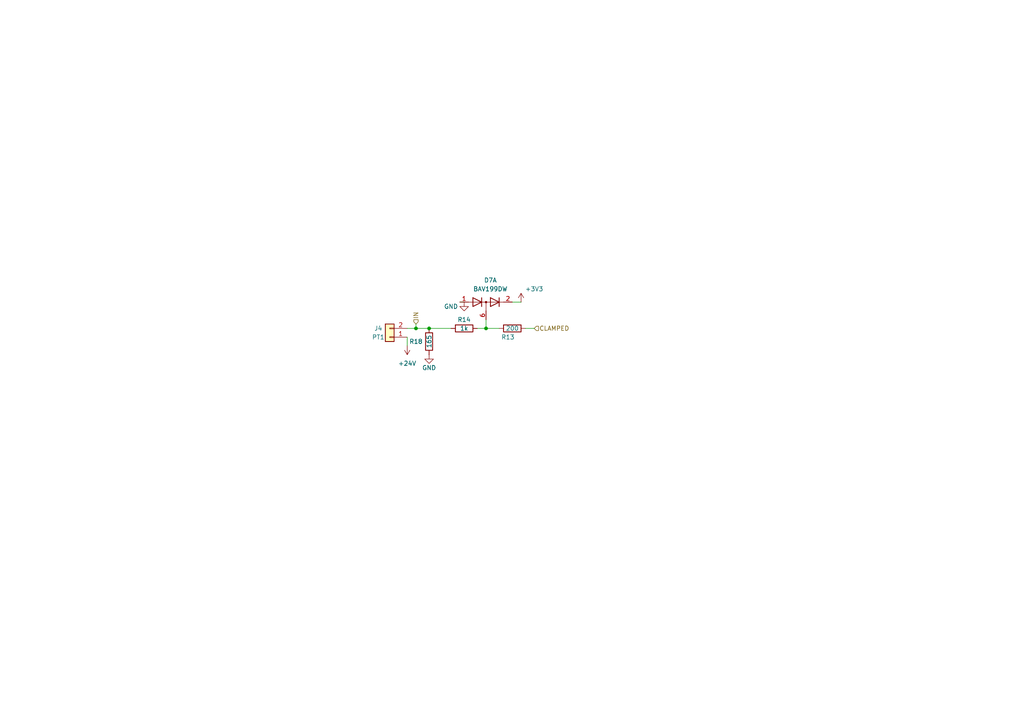
<source format=kicad_sch>
(kicad_sch (version 20231120) (generator "eeschema") (generator_version "8.0")
  (paper "A4")
  (title_block (title "Pressure Transducer Circuitry") (company "Queen's Rocket Engineering Team") (comment 1 "Jeevan Sanchez"))
  (lib_symbols
    (symbol "Connector_Generic:Conn_01x02" (pin_names (offset 1.016) hide)
      (property "Reference" "J" (at 0 2.54 0))
      (property "Value" "Conn_01x02" (at 0 -5.08 0))
      (symbol "Conn_01x02_1_1"
        (rectangle (start -1.27 -2.413) (end 0 -2.667) (stroke (width 0.1524)))
        (rectangle (start -1.27 0.127) (end 0 -0.127) (stroke (width 0.1524)))
        (rectangle (start -1.27 1.27) (end 1.27 -3.81) (stroke (width 0.254)) (fill (type background)))
        (pin passive line (at -5.08 0 0) (length 3.81) (name "Pin_1") (number "1"))
        (pin passive line (at -5.08 -2.54 0) (length 3.81) (name "Pin_2") (number "2"))
      )
    )
    (symbol "Device:R" (pin_numbers hide) (pin_names (offset 0))
      (property "Reference" "R" (at 2.032 0 90))
      (property "Value" "R" (at 0 0 90))
      (symbol "R_0_1"
        (rectangle (start -1.016 -2.54) (end 1.016 2.54) (stroke (width 0.254)))
      )
      (symbol "R_1_1"
        (pin passive line (at 0 3.81 270) (length 1.27) (name "~") (number "1"))
        (pin passive line (at 0 -3.81 90) (length 1.27) (name "~") (number "2"))
      )
    )
    (symbol "Diode:BAV199DW" (pin_names (offset 0.0254) hide)
      (property "Reference" "D" (at 0 2.54 0))
      (property "Value" "BAV199DW" (at 0 5.08 0))
      (symbol "BAV199DW_0_1"
        (polyline (pts (xy -5.08 0) (xy 5.08 0)))
        (polyline (pts (xy 0 0) (xy 0 -2.54)))
        (polyline (pts (xy -1.27 -1.27) (xy -1.27 1.27) (xy -1.27 1.27)) (stroke (width 0.254)))
        (polyline (pts (xy 3.81 1.27) (xy 3.81 -1.27) (xy 3.81 -1.27)) (stroke (width 0.254)))
        (polyline (pts (xy -3.81 1.27) (xy -1.27 0) (xy -3.81 -1.27) (xy -3.81 1.27) (xy -3.81 1.27) (xy -3.81 1.27)) (stroke (width 0.254)))
        (polyline (pts (xy 1.27 1.27) (xy 3.81 0) (xy 1.27 -1.27) (xy 1.27 1.27) (xy 1.27 1.27) (xy 1.27 1.27)) (stroke (width 0.254)))
        (circle (center 0 0) (radius 0.254) (fill (type outline)))
      )
      (symbol "BAV199DW_1_1"
        (polyline (pts (xy 6.35 0) (xy 7.62 0)))
        (pin passive line (at -7.62 0 0) (length 2.54) (name "A1") (number "1"))
        (pin passive line (at 7.62 0 180) (length 2.54) (name "K2") (number "2"))
        (pin passive line (at 0 -5.08 90) (length 2.54) (name "K3A4") (number "6"))
      )
      (symbol "BAV199DW_2_1"
        (polyline (pts (xy 6.35 0) (xy 7.62 0)))
        (pin passive line (at 0 -5.08 90) (length 2.54) (name "K1A2") (number "3"))
        (pin passive line (at -7.62 0 0) (length 2.54) (name "A3") (number "4"))
        (pin passive line (at 7.62 0 180) (length 2.54) (name "K4") (number "5"))
      )
    )
    (symbol "power:+24V" (power) (pin_numbers hide) (pin_names (offset 0) hide)
      (property "Value" "+24V" (at 0 3.556 0))
      (symbol "+24V_0_1"
        (polyline (pts (xy -0.762 1.27) (xy 0 2.54)))
        (polyline (pts (xy 0 0) (xy 0 2.54)))
        (polyline (pts (xy 0 2.54) (xy 0.762 1.27)))
      )
      (symbol "+24V_1_1"
        (pin power_in line (at 0 0 90) (length 0) (name "~") (number "1"))
      )
    )
    (symbol "power:+3V3" (power) (pin_numbers hide) (pin_names (offset 0) hide)
      (property "Value" "+3V3" (at 0 3.556 0))
      (symbol "+3V3_0_1"
        (polyline (pts (xy -0.762 1.27) (xy 0 2.54)))
        (polyline (pts (xy 0 0) (xy 0 2.54)))
        (polyline (pts (xy 0 2.54) (xy 0.762 1.27)))
      )
      (symbol "+3V3_1_1"
        (pin power_in line (at 0 0 90) (length 0) (name "~") (number "1"))
      )
    )
    (symbol "power:GND" (power) (pin_numbers hide) (pin_names (offset 0) hide)
      (property "Value" "GND" (at 0 -3.81 0))
      (symbol "GND_0_1"
        (polyline (pts (xy 0 0) (xy 0 -1.27) (xy 1.27 -1.27) (xy 0 -2.54) (xy -1.27 -1.27) (xy 0 -1.27)))
      )
      (symbol "GND_1_1"
        (pin power_in line (at 0 0 270) (length 0) (name "~") (number "1"))
      )
    )
  )
  (junction (at 124.46 95.25))
  (junction (at 140.97 95.25))
  (junction (at 120.65 95.25))
  (wire (pts (xy 140.97 95.25) (xy 144.78 95.25)))
  (wire (pts (xy 118.11 100.33) (xy 118.11 97.79)))
  (wire (pts (xy 124.46 95.25) (xy 130.81 95.25)))
  (wire (pts (xy 120.65 95.25) (xy 124.46 95.25)))
  (wire (pts (xy 152.4 95.25) (xy 154.94 95.25)))
  (wire (pts (xy 140.97 92.71) (xy 140.97 95.25)))
  (wire (pts (xy 120.65 93.98) (xy 120.65 95.25)))
  (wire (pts (xy 151.13 87.63) (xy 148.59 87.63)))
  (wire (pts (xy 138.43 95.25) (xy 140.97 95.25)))
  (wire (pts (xy 118.11 95.25) (xy 120.65 95.25)))
  (wire (pts (xy 133.35 87.63) (xy 134.62 87.63)))
  (hierarchical_label "IN" (shape input) (at 120.65 93.98 90))
  (hierarchical_label "CLAMPED" (shape input) (at 154.94 95.25 0))
  (symbol (lib_id "power:GND") (at 134.62 87.63 0) (unit 1)
    (property "Reference" "#PWR045" (effects (hide yes)))
    (property "Value" "GND" (at 130.81 88.9 0))
    (property "Datasheet" "https://www.ti.com/lit/ds/symlink/drv5055.pdf?HQS=dis-dk-null-digikeymode-dsf-pf-null-wwe&ts=1641231273160" (effects (hide yes)))
    (property "Description" "Hall effect sensor." (effects (hide yes)))
    (instances (project "upper_lc_board" (path "" (reference "#PWR045") (unit 1)) (path "" (reference "#PWR074") (unit 1))))
  )
  (symbol (lib_id "power:GND") (at 124.46 102.87 0) (unit 1)
    (property "Reference" "#PWR026" (effects (hide yes)))
    (property "Value" "GND" (at 124.46 106.68 0))
    (property "Datasheet" "https://www.ti.com/lit/ds/symlink/drv5055.pdf?HQS=dis-dk-null-digikeymode-dsf-pf-null-wwe&ts=1641231273160" (effects (hide yes)))
    (property "Description" "Hall effect sensor." (effects (hide yes)))
    (instances (project "upper_lc_board" (path "" (reference "#PWR026") (unit 1)) (path "" (reference "#PWR072") (unit 1))))
  )
  (symbol (lib_id "Connector_Generic:Conn_01x02") (at 113.03 97.79 180) (unit 1)
    (property "Reference" "J4" (at 109.728 95.25 0))
    (property "Value" "PT1" (at 109.728 97.79 0))
    (property "Footprint" "CONNS:CONN02_530470260_MOL" (effects (hide yes)))
    (property "Datasheet" "${KIPRJMOD}/../../Datasheets/CONN-530470460.pdf" (effects (hide yes)))
    (property "Description" "Pressure Transducer" (effects (hide yes)))
    (property "Digikey" "900-0530470260-ND" (effects (hide yes)))
    (instances (project "upper_lc_board" (path "" (reference "J4") (unit 1)) (path "" (reference "J3") (unit 1))))
  )
  (symbol (lib_id "power:+3V3") (at 151.13 87.63 0) (unit 1)
    (property "Reference" "#PWR060" (effects (hide yes)))
    (property "Value" "+3V3" (at 154.94 83.82 0))
    (property "Description" "Power symbol creates a global label with name \"+3V3\"" (effects (hide yes)))
    (instances (project "upper_lc_board" (path "" (reference "#PWR060") (unit 1)) (path "" (reference "#PWR077") (unit 1))))
  )
  (symbol (lib_id "Device:R") (at 124.46 99.06 180) (unit 1)
    (property "Reference" "R18" (at 120.65 99.06 0))
    (property "Value" "165" (at 124.46 99.06 90))
    (property "Footprint" "Resistor_SMD:R_0805_2012Metric_Pad1.20x1.40mm_HandSolder" (effects (hide yes)))
    (property "Description" "Resistor" (effects (hide yes)))
    (property "Digikey" "311-165CRCT-ND " (effects (hide yes)))
    (instances (project "upper_lc_board" (path "" (reference "R18") (unit 1)) (path "" (reference "R16") (unit 1))))
  )
  (symbol (lib_id "Diode:BAV199DW") (at 140.97 87.63 0) (unit 1)
    (property "Reference" "D7" (at 142.24 81.28 0))
    (property "Value" "BAV199DW" (at 142.24 83.82 0))
    (property "Footprint" "Package_TO_SOT_SMD:SOT-363_SC-70-6" (effects (hide yes)))
    (property "Datasheet" "${KIPRJMOD}/../../Datasheets/BAV199DW-ds30417.pdf" (effects (hide yes)))
    (property "Description" "Quad Surface Mount Low Leakage Diode, SOT-363" (effects (hide yes)))
    (property "LCSC" "C459846" (effects (hide yes)))
    (instances (project "upper_lc_board" (path "" (reference "D7") (unit 1)) (path "" (reference "D7") (unit 2))))
  )
  (symbol (lib_id "Device:R") (at 148.59 95.25 270) (unit 1)
    (property "Reference" "R13" (at 147.32 97.79 90))
    (property "Value" "200" (at 148.59 95.25 90))
    (property "Footprint" "Resistor_SMD:R_0603_1608Metric" (effects (hide yes)))
    (property "Description" "Resistor" (effects (hide yes)))
    (property "LCSC" "C8218" (effects (hide yes)))
    (instances (project "upper_lc_board" (path "" (reference "R13") (unit 1)) (path "" (reference "R8") (unit 1))))
  )
  (symbol (lib_id "Device:R") (at 134.62 95.25 90) (unit 1)
    (property "Reference" "R14" (at 134.62 92.71 90))
    (property "Value" "1k" (at 134.62 95.25 90))
    (property "Footprint" "Resistor_SMD:R_1206_3216Metric_Pad1.30x1.75mm_HandSolder" (effects (hide yes)))
    (property "Description" "Resistor" (effects (hide yes)))
    (property "LCSC" "C4410" (effects (hide yes)))
    (instances (project "upper_lc_board" (path "" (reference "R14") (unit 1)) (path "" (reference "R22") (unit 1))))
  )
  (symbol (lib_id "power:+24V") (at 118.11 100.33 180) (unit 1)
    (property "Reference" "#PWR012" (effects (hide yes)))
    (property "Value" "+24V" (at 118.11 105.41 0))
    (property "Description" "Power symbol creates a global label with name \"+24V\"" (effects (hide yes)))
    (instances (project "upper_lc_board" (path "" (reference "#PWR012") (unit 1)) (path "" (reference "#PWR071") (unit 1))))
  )
)
</source>
